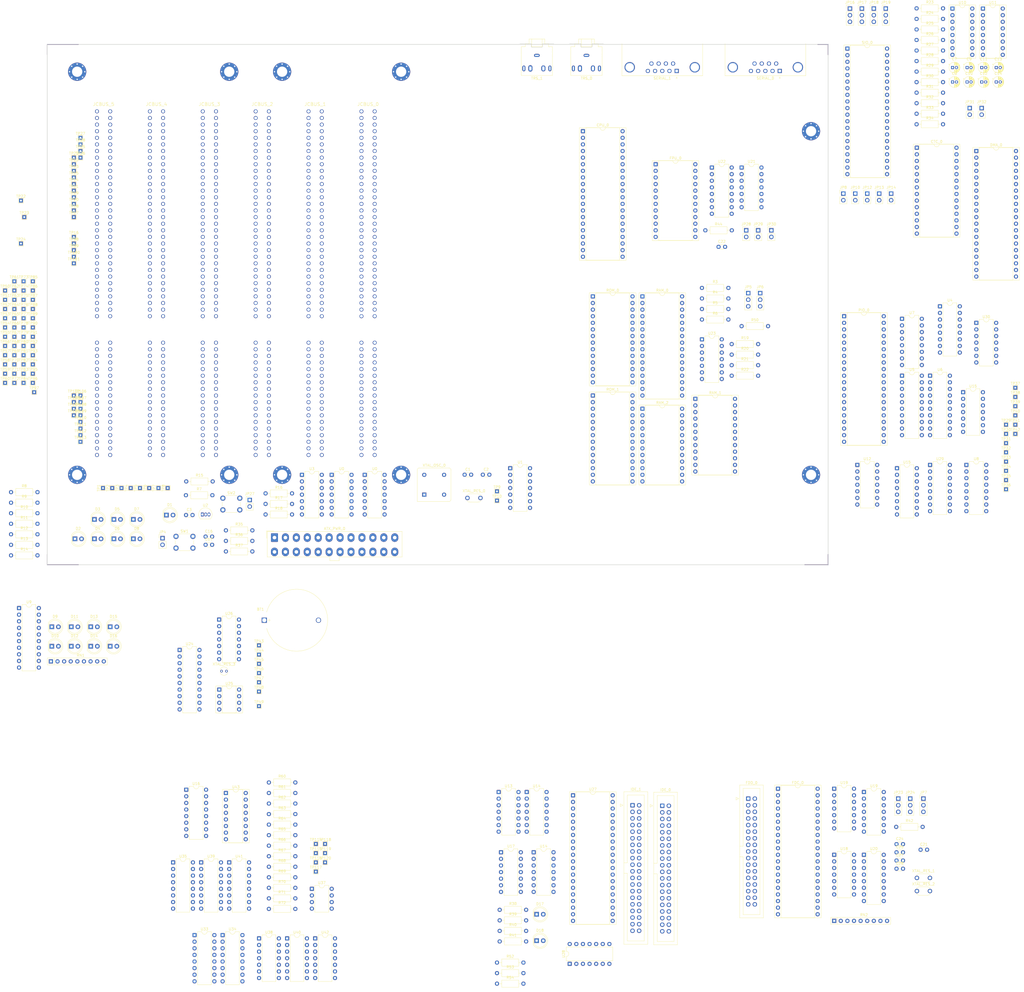
<source format=kicad_pcb>
(kicad_pcb (version 20241229) (generator "pcbnew") (generator_version "9.0")
  (title_block (title "Carbon Z80 Model 150") (date "2025-08-10") (rev "1") (company "Jules Carboni") (comment 1 "Decimal ATX Motherboard (dATX)") (comment 2 "dATX:   300×200 mm") (comment 3 "ISO A4: 297×210 mm"))
  (layers (0 "F.Cu" signal) (2 "B.Cu" signal) (13 "F.Paste" user) (15 "B.Paste" user) (5 "F.SilkS" user "F.Silkscreen") (7 "B.SilkS" user "B.Silkscreen") (1 "F.Mask" user) (3 "B.Mask" user) (25 "Edge.Cuts" user))
  (net 0 "")
  (net 383 "Net-(JP27-B)")
  (net 385 "Net-(FDC_0-CLK2)")
  (net 386 "Net-(D17-K)")
  (net 396 "GND")
  (net 397 "+3.3V")
  (net 398 "+5V")
  (net 399 "+12V")
  (net 400 "-12V")
  (net 401 "PWR_OK")
  (net 402 "-5V")
  (net 403 "PS_ON")
  (net 404 "+5VSB")
  (net 405 "Net-(C2-Pad2)")
  (net 406 "Net-(C2-Pad1)")
  (net 407 "Net-(R2-Pad2)")
  (net 408 "BUSAK")
  (net 409 "CLK")
  (net 410 "RESET")
  (net 411 "MREQ")
  (net 412 "RFSH")
  (net 413 "NMI")
  (net 414 "INT")
  (net 415 "IORQ")
  (net 416 "M1")
  (net 417 "WAIT")
  (net 418 "HALT")
  (net 419 "RD")
  (net 420 "WR")
  (net 421 "BUSRQ")
  (net 422 "Net-(JP4-A)")
  (net 423 "Net-(D1-K)")
  (net 424 "Net-(D2-K)")
  (net 425 "CLK2")
  (net 426 "Net-(D3-K)")
  (net 427 "Net-(D4-K)")
  (net 428 "Net-(D5-K)")
  (net 429 "Net-(D6-K)")
  (net 430 "Net-(D7-K)")
  (net 431 "Net-(D8-K)")
  (net 432 "SEL_RAM")
  (net 433 "Net-(JP5-B)")
  (net 434 "Net-(JP5-A)")
  (net 435 "Net-(JP6-B)")
  (net 436 "SEL_ROM")
  (net 437 "Net-(JP6-A)")
  (net 441 "Net-(R7-Pad2)")
  (net 442 "Net-(R16-Pad2)")
  (net 443 "Net-(R17-Pad2)")
  (net 444 "MA15")
  (net 463 "MA16")
  (net 466 "MA18")
  (net 468 "MA17")
  (net 536 "Net-(C1-Pad2)")
  (net 537 "SEL_CTC")
  (net 538 "IE_1")
  (net 539 "IE_0")
  (net 540 "Net-(D9-K)")
  (net 541 "Net-(D9-A)")
  (net 542 "Net-(D10-A)")
  (net 543 "Net-(D10-K)")
  (net 544 "Net-(D11-K)")
  (net 545 "Net-(D11-A)")
  (net 546 "Net-(D12-A)")
  (net 547 "Net-(D12-K)")
  (net 548 "Net-(D13-A)")
  (net 549 "Net-(D13-K)")
  (net 550 "Net-(D14-K)")
  (net 551 "Net-(D14-A)")
  (net 552 "Net-(D15-K)")
  (net 553 "Net-(D15-A)")
  (net 554 "Net-(D16-A)")
  (net 555 "Net-(D16-K)")
  (net 556 "IE_2")
  (net 557 "IE_3")
  (net 558 "CLK_768")
  (net 559 "Net-(SIO_0-C{slash}~{D})")
  (net 561 "Net-(CTC_0-ZC{slash}TO0)")
  (net 562 "Net-(CTC_0-CLK{slash}TRG0)")
  (net 563 "Net-(JP10-B)")
  (net 564 "Net-(CTC_0-CLK{slash}TRG3)")
  (net 565 "Net-(U10-C1+)")
  (net 566 "Net-(U10-C1-)")
  (net 567 "Net-(U10-C2-)")
  (net 568 "Net-(U10-C2+)")
  (net 569 "Net-(U10-VS+)")
  (net 570 "Net-(U10-VS-)")
  (net 571 "Net-(U11-C1-)")
  (net 572 "Net-(U11-C1+)")
  (net 573 "Net-(U11-C2+)")
  (net 574 "Net-(U11-C2-)")
  (net 575 "Net-(U11-VS+)")
  (net 576 "Net-(U11-VS-)")
  (net 577 "Net-(SIO_0-~{RTSB})")
  (net 578 "Net-(U11-T2I)")
  (net 579 "Net-(U11-R2O)")
  (net 580 "Net-(SIO_0-~{CTSB})")
  (net 581 "Net-(U10-T2I)")
  (net 582 "Net-(U10-R2O)")
  (net 583 "Net-(U11-R1O)")
  (net 584 "RXB")
  (net 585 "TXB")
  (net 586 "Net-(U11-T1I)")
  (net 587 "RXA")
  (net 588 "Net-(U10-R1O)")
  (net 589 "Net-(U10-T1I)")
  (net 590 "TXA")
  (net 591 "Net-(U10-R1I)")
  (net 592 "Net-(U10-T1O)")
  (net 593 "Net-(U10-T2O)")
  (net 594 "Net-(U10-R2I)")
  (net 595 "Net-(U11-R1I)")
  (net 596 "Net-(U11-T2O)")
  (net 597 "Net-(U11-T1O)")
  (net 598 "Net-(U11-R2I)")
  (net 599 "Net-(FDC_0-CLK1)")
  (net 600 "Net-(C17-Pad2)")
  (net 601 "TX")
  (net 602 "RX")
  (net 603 "RTSA")
  (net 604 "TX2")
  (net 605 "CTSA")
  (net 606 "RX2")
  (net 607 "IRQ2")
  (net 608 "IRQ7")
  (net 609 "IRQ1")
  (net 610 "IRQ5")
  (net 612 "IRQ4")
  (net 613 "IRQ3")
  (net 614 "SEL_PIO")
  (net 615 "IRQ_FPU")
  (net 616 "IRQ6")
  (net 617 "IRQ_IDE")
  (net 618 "IRQ0")
  (net 619 "Net-(PIO_0-~{M1})")
  (net 620 "IRQ_FDC")
  (net 621 "Net-(R35-Pad2)")
  (net 622 "RD_FPU")
  (net 625 "Net-(IDE_0-Pin_37)")
  (net 638 "Net-(IDE_0-Pin_39)")
  (net 640 "IDER")
  (net 643 "IDEW")
  (net 645 "Net-(IDE_0-Pin_29)")
  (net 647 "Net-(IDE_0-Pin_38)")
  (net 648 "Net-(FPU_0-CLK)")
  (net 649 "WR_FPU")
  (net 650 "Net-(JP27-A)")
  (net 651 "Net-(JP25-A)")
  (net 652 "Net-(U9-Cp)")
  (net 656 "Net-(U4B-A0)")
  (net 657 "ADDRESS")
  (net 658 "Net-(U4A-A0)")
  (net 663 "Net-(D18-K)")
  (net 664 "Net-(IDE_0-Pin_36)")
  (net 667 "Net-(IDE_0-Pin_23)")
  (net 678 "Net-(U8-~{E1})")
  (net 679 "Net-(U12-Pad3)")
  (net 680 "Net-(U13A-~{R})")
  (net 681 "Net-(U13A-Q)")
  (net 684 "Net-(U13B-Q)")
  (net 686 "Net-(U14-Pad3)")
  (net 695 "Net-(IDE_0-Pin_25)")
  (net 696 "Net-(IDE_0-Pin_35)")
  (net 697 "Net-(IDE_0-Pin_1)")
  (net 698 "Net-(IDE_0-Pin_21)")
  (net 699 "Net-(IDE_0-Pin_33)")
  (net 703 "Net-(U12-Pad10)")
  (net 704 "SEL_FDC")
  (net 705 "SEL_FPU")
  (net 706 "Net-(C21-Pad1)")
  (net 707 "Net-(C22-Pad2)")
  (net 708 "Net-(C22-Pad1)")
  (net 709 "Net-(C24-Pad1)")
  (net 710 "Net-(C25-Pad1)")
  (net 711 "Net-(C25-Pad2)")
  (net 712 "Net-(C27-Pad1)")
  (net 713 "Net-(C28-Pad2)")
  (net 714 "Net-(C28-Pad1)")
  (net 719 "CLK_FDC96")
  (net 725 "Net-(JP29-B)")
  (net 727 "Net-(JP30-B)")
  (net 728 "Net-(FPU_0-RESET)")
  (net 729 "Net-(FPU_0-~{EACK})")
  (net 730 "Net-(R46-Pad2)")
  (net 731 "Net-(R48-Pad2)")
  (net 732 "Net-(FDC_0-~{STEP})")
  (net 733 "Net-(FDC_0-~{DS4}~{MO2})")
  (net 734 "Net-(FDC_0-~{WE})")
  (net 735 "Net-(FDC_0-~{DS3}~{MO1})")
  (net 736 "Net-(FDC_0-~{DS1})")
  (net 737 "Net-(FDC_0-~{WD})")
  (net 738 "Net-(FDC_0-RST)")
  (net 739 "Net-(FDC_0-~{HS})")
  (net 740 "Net-(FDC_0-~{TR00})")
  (net 741 "Net-(FDC_0-~{DS2})")
  (net 742 "Net-(FDC_0-WP)")
  (net 743 "Net-(FDC_0-~{RDD})")
  (net 744 "Net-(FDC_0-~{DIRC})")
  (net 745 "Net-(FDC_0-~{RPM}~{RWC})")
  (net 746 "Net-(JP7-A)")
  (net 747 "Net-(FDC_0-~{DACK})")
  (net 748 "Net-(FDC_0-~{LDCR})")
  (net 749 "Net-(FDC_0-~{LDOR})")
  (net 750 "Net-(FDC_0-TC)")
  (net 751 "Net-(FDC_0-~{CS})")
  (net 752 "Net-(FDD_0-Pin_6)")
  (net 753 "Net-(FDD_0-Pin_3)")
  (net 754 "Net-(JP23-A)")
  (net 755 "Net-(JP23-B)")
  (net 756 "Net-(JP24-A)")
  (net 761 "Net-(U5-P=R)")
  (net 769 "Net-(U6-Q4)")
  (net 774 "Net-(U6-Q1)")
  (net 776 "Net-(U6-Q3)")
  (net 778 "Net-(U6-Q2)")
  (net 780 "Net-(U20-~{Y7})")
  (net 781 "DATA")
  (net 782 "Net-(U20-~{Y1})")
  (net 789 "Net-(U21B-D)")
  (net 790 "Net-(U21A-D)")
  (net 803 "DREQ2")
  (net 805 "BUSREQ")
  (net 806 "DREQ3")
  (net 807 "BUSACK")
  (net 808 "DACK0")
  (net 809 "Net-(IDE_1-Pin_34)")
  (net 810 "DACK2")
  (net 811 "RESET2")
  (net 812 "DACK1")
  (net 813 "DREQ0")
  (net 815 "Net-(IDE_1-Pin_37)")
  (net 816 "DACK3")
  (net 817 "DREQ1")
  (net 818 "SEL_RTC")
  (net 820 "Net-(U24-Cp)")
  (net 821 "Net-(U25-I{slash}O)")
  (net 822 "Net-(BT1-+)")
  (net 823 "Net-(U24-Q3)")
  (net 824 "Net-(U25-X2)")
  (net 825 "Net-(U24-Q2)")
  (net 826 "Net-(U25-X1)")
  (net 827 "Net-(U24-Q4)")
  (net 829 "Net-(U24-Q5)")
  (net 832 "SEL_DMA")
  (net 833 "RDY")
  (net 834 "RDYA")
  (net 835 "RDYB")
  (net 836 "Net-(RAM_2-~{CS})")
  (net 837 "Net-(RAM_1-~{CS})")
  (net 857 "Net-(U1-Pad12)")
  (net 858 "Net-(U1-Pad13)")
  (net 873 "Net-(IDE_1-Pin_39)")
  (net 876 "Net-(IDE_1-Pin_23)")
  (net 879 "Net-(IDE_1-Pin_25)")
  (net 881 "Net-(IDE_1-Pin_29)")
  (net 883 "Net-(IDE_1-Pin_38)")
  (net 908 "TCB")
  (net 909 "Net-(JP35-B)")
  (net 910 "Net-(JP36-B)")
  (net 911 "Net-(U34B-~{Q})")
  (net 912 "Net-(R63-Pad1)")
  (net 913 "Net-(U37-DIS)")
  (net 914 "Net-(R65-Pad1)")
  (net 915 "Net-(C34-Pad2)")
  (net 916 "Net-(R66-Pad2)")
  (net 917 "Net-(R67-Pad1)")
  (net 918 "TAPE_IN_RAW")
  (net 919 "Net-(C35-Pad1)")
  (net 920 "Net-(U43-R2)")
  (net 921 "Net-(U43-R1)")
  (net 922 "Net-(U43-PC2)")
  (net 923 "Net-(U43-VCOin)")
  (net 924 "RCB")
  (net 925 "SEL_SIO")
  (net 927 "TAPE_OUT")
  (net 928 "Net-(C34-Pad1)")
  (net 929 "Net-(JP35-A)")
  (net 933 "Net-(JP2-B)")
  (net 935 "SEL_LIO")
  (net 936 "Net-(U29-~{E1})")
  (net 937 "Net-(U15-Pad1)")
  (net 938 "Net-(U23-Pad3)")
  (net 939 "TAPE_IN")
  (net 943 "Net-(U27-PC3)")
  (net 944 "Net-(U27-PC4)")
  (net 948 "Net-(U27-PC5)")
  (net 951 "Net-(U27-PA7)")
  (net 956 "Net-(U27-PC6)")
  (net 963 "Net-(U27-PC7)")
  (net 968 "SEL_IDE")
  (net 973 "Net-(U27-RESET)")
  (net 974 "TAPE_SPD_H")
  (net 976 "TAPE_SPD_L")
  (net 981 "Net-(U37-THR)")
  (net 982 "Net-(JP38-B)")
  (net 983 "Net-(U37-CV)")
  (net 984 "Net-(U12-Pad8)")
  (net 985 "Net-(U12-Pad11)")
  (net 986 "Net-(U12-Pad13)")
  (net 987 "TAPE_MOTOR")
  (net 1037 "Net-(U8-~{Y6})")
  (net 1038 "Net-(U8-~{Y7})")
  (net 1040 "Net-(U29-~{Y2})")
  (net 1041 "Net-(U29-~{Y0})")
  (net 1042 "Net-(U29-~{Y1})")
  (net 1047 "Net-(U42B-D)")
  (net 1048 "Net-(U39-CEP)")
  (net 1049 "Net-(U43-SigIn)")
  (net 1050 "Net-(TP117-Pad1)")
  (net 1051 "Net-(U16-Q3)")
  (net 1052 "Net-(U34B-J)")
  (net 1053 "SEL_CF")
  (net 1054 "Net-(U16-Q0)")
  (net 1055 "Net-(U16-Q2)")
  (net 1056 "Net-(JP37-A)")
  (net 1058 "Net-(U16-Q1)")
  (net 1068 "Net-(U30-Pad6)")
  (net 1071 "Net-(JP43-B)")
  (net 1072 "Net-(U39-~{MR})")
  (net 1073 "Net-(JP40-B)")
  (net 1074 "Net-(U42A-C)")
  (net 1075 "Net-(U36-Zb)")
  (net 1076 "Net-(U36-Za)")
  (net 1077 "Net-(JP41-B)")
  (net 1078 "Net-(JP42-B)")
  (net 1079 "Net-(U42B-Q)")
  (net 1080 "Net-(U35A-J)")
  (net 1083 "Net-(U38-Pad4)")
  (net 1086 "Net-(U39-Q2)")
  (net 1088 "Net-(U39-Q3)")
  (net 1089 "Net-(U40-Pad10)")
  (net 1090 "Net-(U42A-Q)")
  (net 1092 "Net-(U41-Q3)")
  (net 1096 "Net-(U41-CP)")
  (net 1099 "Net-(U43-C1)")
  (net 1102 "Net-(U43-C2)")
  (footprint "Package_DIP:DIP-16_W7.62mm_Socket" (layer "F.Cu") (at 100.33 322.96)
    (property "Reference" "U43")
    (property "Value" "4046")
  )
  (footprint "TestPoint:TestPoint_THTPad_1.5x1.5mm_Drill0.7mm" (layer "F.Cu") (at 67.31 205.74 90)
    (property "Reference" "TP5")
    (property "Value" "-12V")
  )
  (footprint "TestPoint:TestPoint_THTPad_1.5x1.5mm_Drill0.7mm" (layer "F.Cu") (at 44.45 187.96)
    (property "Reference" "TP113")
    (property "Value" "DACK3")
  )
  (footprint "TestPoint:TestPoint_THTPad_1.5x1.5mm_Drill0.7mm" (layer "F.Cu") (at 138.43 342.53)
    (property "Reference" "TP118")
    (property "Value" "TAPE_TD")
  )
  (footprint "Package_DIP:DIP-28_W15.24mm_Socket" (layer "F.Cu") (at 241.3 170.18)
    (property "Reference" "ROM_1")
    (property "Value" "W27C512")
  )
  (footprint "Package_DIP:DIP-40_W15.24mm_Socket" (layer "F.Cu") (at 312.42 321.31)
    (property "Reference" "FDC_0")
    (property "Value" "GM82C765B")
  )
  (footprint "Resistor_THT:R_Axial_DIN0207_L6.3mm_D2.5mm_P10.16mm_Horizontal" (layer "F.Cu") (at 365.67 53.77)
    (property "Reference" "R31")
    (property "Value" "2K2")
  )
  (footprint "Capacitor_THT:CP_Radial_D4.0mm_P1.50mm" (layer "F.Cu") (at 396.299204 49.66)
    (property "Reference" "C14")
    (property "Value" "1uF")
  )
  (footprint "Resistor_THT:R_Axial_DIN0207_L6.3mm_D2.5mm_P10.16mm_Horizontal" (layer "F.Cu") (at 17.78 219.47)
    (property "Reference" "R11")
    (property "Value" "R")
  )
  (footprint "Connector_PinHeader_2.54mm:PinHeader_1x02_P2.54mm_Vertical" (layer "F.Cu") (at 309.88 106.68)
    (property "Reference" "JP30")
    (property "Value" "FPU_CLKd4")
  )
  (footprint "TestPoint:TestPoint_THTPad_1.5x1.5mm_Drill0.7mm" (layer "F.Cu") (at 26.15 165.33)
    (property "Reference" "TP96")
    (property "Value" "D14")
  )
  (footprint "TestPoint:TestPoint_THTPad_1.5x1.5mm_Drill0.7mm" (layer "F.Cu") (at 41.91 88.9)
    (property "Reference" "TP14")
    (property "Value" "RD")
  )
  (footprint "TestPoint:TestPoint_THTPad_1.5x1.5mm_Drill0.7mm" (layer "F.Cu") (at 41.91 175.26)
    (property "Reference" "TP104")
    (property "Value" "IRQ6")
  )
  (footprint "Connector_PinHeader_2.54mm:PinHeader_1x02_P2.54mm_Vertical" (layer "F.Cu") (at 300.21 106.68)
    (property "Reference" "JP28")
    (property "Value" "FPU_CLKd1")
  )
  (footprint "Resistor_THT:R_Axial_DIN0207_L6.3mm_D2.5mm_P10.16mm_Horizontal" (layer "F.Cu") (at 205.51 380.01)
    (property "Reference" "R41")
    (property "Value" "4K7")
  )
  (footprint "Carboni_Library:JC100_Bus_16b" (layer "F.Cu") (at 73.66 60.96)
    (property "Reference" "JCBUS_4")
    (property "Value" "JC100" (hide yes))
  )
  (footprint "Capacitor_THT:C_Disc_D3.0mm_W1.6mm_P2.50mm" (layer "F.Cu") (at 92.53 224.4)
    (property "Reference" "C16")
    (property "Value" "100nF")
  )
  (footprint "TestPoint:TestPoint_THTPad_1.5x1.5mm_Drill0.7mm" (layer "F.Cu") (at 19.05 144.03)
    (property "Reference" "TP66")
    (property "Value" "A16")
  )
  (footprint "HOLE" (layer "F.Cu") (at 101.6048 45.72)
    (property "Reference" "")
    (property "Value" "")
  )
  (footprint "Package_DIP:DIP-14_W7.62mm" (layer "F.Cu") (at 206.01 345.73)
    (property "Reference" "U17")
    (property "Value" "74LS00")
  )
  (footprint "Capacitor_THT:CP_Radial_D4.0mm_P1.50mm" (layer "F.Cu") (at 379.484801 44.11)
    (property "Reference" "C7")
    (property "Value" "1uF")
  )
  (footprint "Package_DIP:DIP-8_W7.62mm_Socket" (layer "F.Cu") (at 97.79 283.21)
    (property "Reference" "U25")
    (property "Value" "DS1302+")
  )
  (footprint "Resistor_THT:R_Axial_DIN0207_L6.3mm_D2.5mm_P10.16mm_Horizontal" (layer "F.Cu") (at 116.84 351.31)
    (property "Reference" "R68")
    (property "Value" "1M")
  )
  (footprint "TestPoint:TestPoint_THTPad_1.5x1.5mm_Drill0.7mm" (layer "F.Cu") (at 113.03 283.96)
    (property "Reference" "TP48")
    (property "Value" "TAPE_MOTOR")
  )
  (footprint "LED_THT:LED_D5.0mm" (layer "F.Cu") (at 219.71 379.73)
    (property "Reference" "D18")
    (property "Value" "BUSY_IDE")
  )
  (footprint "TestPoint:TestPoint_THTPad_1.5x1.5mm_Drill0.7mm" (layer "F.Cu") (at 44.45 73.66)
    (property "Reference" "TP28")
    (property "Value" "RX2")
  )
  (footprint "HOLE" (layer "F.Cu") (at 43.1848 200.66)
    (property "Reference" "")
    (property "Value" "")
  )
  (footprint "Resistor_THT:R_Axial_DIN0207_L6.3mm_D2.5mm_P10.16mm_Horizontal" (layer "F.Cu") (at 365.67 45.67)
    (property "Reference" "R29")
    (property "Value" "2K2")
  )
  (footprint "HOLE" (layer "F.Cu") (at 167.6448 45.72)
    (property "Reference" "")
    (property "Value" "")
  )
  (footprint "Resistor_THT:R_Axial_DIN0207_L6.3mm_D2.5mm_P10.16mm_Horizontal" (layer "F.Cu") (at 283.21 132.87)
    (property "Reference" "R4")
    (property "Value" "10K")
  )
  (footprint "TestPoint:TestPoint_THTPad_1.5x1.5mm_Drill0.7mm" (layer "F.Cu") (at 44.45 185.42)
    (property "Reference" "TP112")
    (property "Value" "DREQ3")
  )
  (footprint "TestPoint:TestPoint_THTPad_1.5x1.5mm_Drill0.7mm" (layer "F.Cu") (at 19.05 126.28)
    (property "Reference" "TP61")
    (property "Value" "A11")
  )
  (footprint "Package_DIP:DIP-16_W7.62mm_Socket" (layer "F.Cu") (at 391.16 21.45)
    (property "Reference" "U11")
    (property "Value" "MAX232")
  )
  (footprint "TestPoint:TestPoint_THTPad_1.5x1.5mm_Drill0.7mm" (layer "F.Cu") (at 204.47 207.01)
    (property "Reference" "TP9")
    (property "Value" "CLK")
  )
  (footprint "LED_THT:LED_D5.0mm" (layer "F.Cu") (at 55.88 259.08)
    (property "Reference" "D15")
    (property "Value" "L2")
  )
  (footprint "TestPoint:TestPoint_THTPad_1.5x1.5mm_Drill0.7mm" (layer "F.Cu") (at 41.91 99.06)
    (property "Reference" "TP18")
    (property "Value" "WAIT")
  )
  (footprint "TestPoint:TestPoint_THTPad_1.5x1.5mm_Drill0.7mm" (layer "F.Cu") (at 113.03 276.86)
    (property "Reference" "TP46")
    (property "Value" "TAPE_SPD_H")
  )
  (footprint "Connector_PinHeader_2.54mm:PinHeader_1x02_P2.54mm_Vertical" (layer "F.Cu") (at 390.67 59.69)
    (property "Reference" "JP32")
    (property "Value" "DMA_RDYB")
  )
  (footprint "Package_DIP:DIP-16_W7.62mm" (layer "F.Cu") (at 384.81 196.85)
    (property "Reference" "U8")
    (property "Value" "74HCT138")
  )
  (footprint "Resistor_THT:R_Axial_DIN0207_L6.3mm_D2.5mm_P10.16mm_Horizontal" (layer "F.Cu") (at 294.64 162.56)
    (property "Reference" "R22")
    (property "Value" "100K")
  )
  (footprint "Package_DIP:DIP-40_W15.24mm_Socket" (layer "F.Cu") (at 237.49 68.58)
    (property "Reference" "CPU_0")
    (property "Value" "Z80CPU-DIP")
  )
  (footprint "Capacitor_THT:CP_Radial_D4.0mm_P1.50mm" (layer "F.Cu") (at 396.299204 44.11)
    (property "Reference" "C13")
    (property "Value" "1uF")
  )
  (footprint "TestPoint:TestPoint_THTPad_1.5x1.5mm_Drill0.7mm" (layer "F.Cu") (at 70.86 205.74 90)
    (property "Reference" "TP6")
    (property "Value" "+3.3V")
  )
  (footprint "HOLE" (layer "F.Cu") (at 325.1248 200.66)
    (property "Reference" "")
    (property "Value" "")
  )
  (footprint "TestPoint:TestPoint_THTPad_1.5x1.5mm_Drill0.7mm" (layer "F.Cu") (at 44.45 71.12)
    (property "Reference" "TP27")
    (property "Value" "TX2")
  )
  (footprint "Package_DIP:DIP-32_W15.24mm_Socket" (layer "F.Cu") (at 260.35 132.08)
    (property "Reference" "RAM_0")
    (property "Value" "AS6C4008")
  )
  (footprint "TestPoint:TestPoint_THTPad_1.5x1.5mm_Drill0.7mm" (layer "F.Cu") (at 403.6 174.28)
    (property "Reference" "TP39")
    (property "Value" "SEL_RTC")
  )
  (footprint "HOLE" (layer "F.Cu") (at 43.1848 45.72)
    (property "Reference" "")
    (property "Value" "")
  )
  (footprint "Connector_PinHeader_2.54mm:PinHeader_1x02_P2.54mm_Vertical" (layer "F.Cu") (at 304.8 106.68)
    (property "Reference" "JP29")
    (property "Value" "FPU_CLKd2")
  )
  (footprint "TestPoint:TestPoint_THTPad_1.5x1.5mm_Drill0.7mm" (layer "F.Cu") (at 19.05 161.78)
    (property "Reference" "TP71")
    (property "Value" "A21")
  )
  (footprint "Resistor_THT:R_Axial_DIN0207_L6.3mm_D2.5mm_P10.16mm_Horizontal" (layer "F.Cu") (at 283.21 128.82)
    (property "Reference" "R3")
    (property "Value" "10K")
  )
  (footprint "Package_DIP:DIP-14_W7.62mm" (layer "F.Cu") (at 342.905 196.85)
    (property "Reference" "U12")
    (property "Value" "74LS00")
  )
  (footprint "LED_THT:LED_D5.0mm" (layer "F.Cu") (at 64.77 217.8)
    (property "Reference" "D7")
    (property "Value" "3.3V")
  )
  (footprint "TestPoint:TestPoint_THTPad_1.5x1.5mm_Drill0.7mm" (layer "F.Cu") (at 41.91 93.98)
    (property "Reference" "TP19")
    (property "Value" "INT")
  )
  (footprint "TestPoint:TestPoint_THTPad_1.5x1.5mm_Drill0.7mm" (layer "F.Cu") (at 22.6 151.13)
    (property "Reference" "TP80")
    (property "Value" "A30")
  )
  (footprint "TestPoint:TestPoint_THTPad_1.5x1.5mm_Drill0.7mm" (layer "F.Cu") (at 400.05 199.13)
    (property "Reference" "TP34")
    (property "Value" "SEL_RAM")
  )
  (footprint "Package_DIP:DIP-14_W7.62mm" (layer "F.Cu") (at 215.9 322.58)
    (property "Reference" "U14")
    (property "Value" "74LS32")
  )
  (footprint "Package_DIP:DIP-14_W7.62mm" (layer "F.Cu") (at 345.445 322.58)
    (property "Reference" "U19")
    (property "Value" "74LS04")
  )
  (footprint "Package_DIP:DIP-16_W7.62mm" (layer "F.Cu") (at 88.28 377.57)
    (property "Reference" "U33")
    (property "Value" "4049UB")
  )
  (footprint "Button_Switch_THT:SW_PUSH_6mm" (layer "F.Cu") (at 81.16 224.32)
    (property "Reference" "SW1")
    (property "Value" "RESET")
  )
  (footprint "Crystal:Resonator-2Pin_W6.0mm_H3.0mm" (layer "F.Cu") (at 365.8 360.65)
    (property "Reference" "XTAL_RES_2")
    (property "Value" "XTAL FDC 9.6MHz")
  )
  (footprint "TestPoint:TestPoint_THTPad_1.5x1.5mm_Drill0.7mm" (layer "F.Cu") (at 22.6 154.68)
    (property "Reference" "TP81")
    (property "Value" "A31")
  )
  (footprint "Connector_PinHeader_2.54mm:PinHeader_1x03_P2.54mm_Vertical" (layer "F.Cu") (at 340.07 21.45)
    (property "Reference" "JP16")
    (property "Value" "TX1")
  )
  (footprint "Package_DIP:DIP-14_W7.62mm" (layer "F.Cu") (at 153.67 200.66)
    (property "Reference" "U0")
    (property "Value" "74LS00")
  )
  (footprint "Package_DIP:DIP-14_W7.62mm" (layer "F.Cu") (at 205.12 322.58)
    (property "Reference" "U13")
    (property "Value" "74HCT74")
  )
  (footprint "Resistor_THT:R_Axial_DIN0207_L6.3mm_D2.5mm_P10.16mm_Horizontal" (layer "F.Cu") (at 365.67 21.37)
    (property "Reference" "R23")
    (property "Value" "2K2")
  )
  (footprint "Connector_PinHeader_2.54mm:PinHeader_1x02_P2.54mm_Vertical" (layer "F.Cu") (at 75.98 225.01)
    (property "Reference" "JP4")
    (property "Value" "RESET")
  )
  (footprint "LED_THT:LED_D5.0mm" (layer "F.Cu") (at 64.77 225.27)
    (property "Reference" "D8")
    (property "Value" "-5V")
  )
  (footprint "TestPoint:TestPoint_THTPad_1.5x1.5mm_Drill0.7mm" (layer "F.Cu") (at 41.91 177.8)
    (property "Reference" "TP105")
    (property "Value" "IRQ7")
  )
  (footprint "TestPoint:TestPoint_THTPad_1.5x1.5mm_Drill0.7mm" (layer "F.Cu") (at 41.91 86.36)
    (property "Reference" "TP15")
    (property "Value" "WR")
  )
  (footprint "Package_DIP:DIP-20_W7.62mm" (layer "F.Cu") (at 360.065 162.56)
    (property "Reference" "U5")
    (property "Value" "74HCT688")
  )
  (footprint "Resistor_THT:R_Axial_DIN0207_L6.3mm_D2.5mm_P10.16mm_Horizontal" (layer "F.Cu") (at 283.21 140.97)
    (property "Reference" "R6")
    (property "Value" "10K")
  )
  (footprint "TestPoint:TestPoint_THTPad_1.5x1.5mm_Drill0.7mm" (layer "F.Cu") (at 44.45 175.26)
    (property "Reference" "TP108")
    (property "Value" "DREQ1")
  )
  (footprint "Connector_PinHeader_2.54mm:PinHeader_1x02_P2.54mm_Vertical" (layer "F.Cu") (at 351.3 92.57)
    (property "Reference" "JP13")
    (property "Value" "CLK_SIOB")
  )
  (footprint "TestPoint:TestPoint_THTPad_1.5x1.5mm_Drill0.7mm" (layer "F.Cu") (at 22.6 161.78)
    (property "Reference" "TP83")
    (property "Value" "D1")
  )
  (footprint "Package_DIP:DIP-14_W7.62mm" (layer "F.Cu") (at 134.62 378.84)
    (property "Reference" "U42")
    (property "Value" "74LS74")
  )
  (footprint "Connector_PinHeader_2.54mm:PinHeader_1x03_P2.54mm_Vertical" (layer "F.Cu") (at 363.22 325.12)
    (property "Reference" "JP24")
    (property "Value" "FDC_JP2")
  )
  (footprint "Package_DIP:DIP-14_W7.62mm" (layer "F.Cu") (at 383.54 168.91)
    (property "Reference" "U15")
    (property "Value" "74LS02")
  )
  (footprint "Carboni_Library:JC100_Bus_16b" (layer "F.Cu") (at 114.3 60.96)
    (property "Reference" "JCBUS_2")
    (property "Value" "JC100" (hide yes))
  )
  (footprint "Package_DIP:DIP-28_W15.24mm_Socket" (layer "F.Cu") (at 241.3 132.08)
    (property "Reference" "ROM_0")
    (property "Value" "W27C512")
  )
  (footprint "LED_THT:LED_D5.0mm" (layer "F.Cu") (at 33.44 266.55)
    (property "Reference" "D10")
    (property "Value" "L7")
  )
  (footprint "LED_THT:LED_D5.0mm" (layer "F.Cu") (at 48.4 266.55)
    (property "Reference" "D14")
    (property "Value" "L3")
  )
  (footprint "Capacitor_THT:C_Disc_D3.0mm_W1.6mm_P2.50mm" (layer "F.Cu") (at 289.6 113.03)
    (property "Reference" "C22")
    (property "Value" "100nF")
  )
  (footprint "Resistor_THT:R_Axial_DIN0207_L6.3mm_D2.5mm_P10.16mm_Horizontal" (layer "F.Cu") (at 84.97 208.5)
    (property "Reference" "R7")
    (property "Value" "R")
  )
  (footprint "Resistor_THT:R_Axial_DIN0207_L6.3mm_D2.5mm_P10.16mm_Horizontal" (layer "F.Cu") (at 115.57 211.85)
    (property "Reference" "R17")
    (property "Value" "100K")
  )
  (footprint "TestPoint:TestPoint_THTPad_1.5x1.5mm_Drill0.7mm" (layer "F.Cu") (at 26.15 140.48)
    (property "Reference" "TP89")
    (property "Value" "D7")
  )
  (footprint "TestPoint:TestPoint_THTPad_1.5x1.5mm_Drill0.7mm" (layer "F.Cu") (at 22.6 133.38)
    (property "Reference" "TP75")
    (property "Value" "A25")
  )
  (footprint "TestPoint:TestPoint_THTPad_1.5x1.5mm_Drill0.7mm" (layer "F.Cu") (at 63.76 205.74 90)
    (property "Reference" "TP4")
    (property "Value" "-5V")
  )
  (footprint "Resistor_THT:R_Axial_DIN0207_L6.3mm_D2.5mm_P10.16mm_Horizontal" (layer "F.Cu") (at 294.64 154.46)
    (property "Reference" "R20")
    (property "Value" "100K")
  )
  (footprint "LED_THT:LED_D5.0mm" (layer "F.Cu") (at 40.92 266.55)
    (property "Reference" "D12")
    (property "Value" "L5")
  )
  (footprint "Resistor_THT:R_Axial_DIN0207_L6.3mm_D2.5mm_P10.16mm_Horizontal" (layer "F.Cu") (at 116.84 363.46)
    (property "Reference" "R71")
    (property "Value" "22K")
  )
  (footprint "Connector_PinHeader_2.54mm:PinHeader_1x02_P2.54mm_Vertical" (layer "F.Cu") (at 346.71 92.57)
    (property "Reference" "JP12")
    (property "Value" "CTC_SIOA")
  )
  (footprint "TestPoint:TestPoint_THTPad_1.5x1.5mm_Drill0.7mm" (layer "F.Cu") (at 74.41 205.74 90)
    (property "Reference" "TP7")
    (property "Value" "PS_ON")
  )
  (footprint "Connector_Molex:Molex_Mini-Fit_Jr_5566-24A_2x12_P4.20mm_Vertical" (layer "F.Cu") (at 118.99 224.79)
    (property "Reference" "ATX_PWR_0")
    (property "Value" "Power Supply")
  )
  (footprint "Carboni_Library:JC100_Bus_16b" (layer "F.Cu") (at 134.62 60.96)
    (property "Reference" "JCBUS_1")
    (property "Value" "JC100" (hide yes))
  )
  (footprint "Capacitor_THT:CP_Radial_D4.0mm_P1.50mm" (layer "F.Cu") (at 379.484801 49.66)
    (property "Reference" "C8")
    (property "Value" "1uF")
  )
  (footprint "Connector_PinHeader_2.54mm:PinHeader_1x03_P2.54mm_Vertical" (layer "F.Cu") (at 358.63 325.12)
    (property "Reference" "JP23")
    (property "Value" "FDC_JP1")
  )
  (footprint "Package_DIP:DIP-40_W15.24mm_Socket" (layer "F.Cu") (at 233.68 323.85)
    (property "Reference" "U27")
    (property "Value" "82C55A")
  )
  (footprint "LED_THT:LED_D5.0mm" (layer "F.Cu") (at 77.47 216.12)
    (property "Reference" "D1")
    (property "Value" "RESET")
  )
  (footprint "LED_THT:LED_D5.0mm" (layer "F.Cu") (at 49.81 225.27)
    (property "Reference" "D4")
    (property "Value" "+5V")
  )
  (footprint "TestPoint:TestPoint_THTPad_1.5x1.5mm_Drill0.7mm" (layer "F.Cu") (at 77.96 205.74 90)
    (property "Reference" "TP8")
    (property "Value" "PWR_OK")
  )
  (footprint "TestPoint:TestPoint_THTPad_1.5x1.5mm_Drill0.7mm" (layer "F.Cu") (at 15.5 129.83)
    (property "Reference" "TP50")
    (property "Value" "A0")
  )
  (footprint "Resistor_THT:R_Axial_DIN0207_L6.3mm_D2.5mm_P10.16mm_Horizontal" (layer "F.Cu") (at 365.67 25.42)
    (property "Reference" "R24")
    (property "Value" "2K2")
  )
  (footprint "Package_DIP:DIP-16_W7.62mm" (layer "F.Cu") (at 345.44 346.71)
    (property "Reference" "U20")
    (property "Value" "74HCT138")
  )
  (footprint "TestPoint:TestPoint_THTPad_1.5x1.5mm_Drill0.7mm" (layer "F.Cu") (at 41.91 91.44)
    (property "Reference" "TP11")
    (property "Value" "M1")
  )
  (footprint "Package_DIP:DIP-14_W7.62mm" (layer "F.Cu") (at 97.73 256.3)
    (property "Reference" "U26")
    (property "Value" "74AHCT125")
  )
  (footprint "TestPoint:TestPoint_THTPad_1.5x1.5mm_Drill0.7mm" (layer "F.Cu") (at 19.05 129.83)
    (property "Reference" "TP62")
    (property "Value" "A12")
  )
  (footprint "TestPoint:TestPoint_THTPad_1.5x1.5mm_Drill0.7mm" (layer "F.Cu") (at 15.5 144.03)
    (property "Reference" "TP54")
    (property "Value" "A4")
  )
  (footprint "Resistor_THT:R_Axial_DIN0207_L6.3mm_D2.5mm_P10.16mm_Horizontal" (layer "F.Cu") (at 17.78 207.32)
    (property "Reference" "R8")
    (property "Value" "R")
  )
  (footprint "Resistor_THT:R_Axial_DIN0207_L6.3mm_D2.5mm_P10.16mm_Horizontal" (layer "F.Cu") (at 17.78 231.62)
    (property "Reference" "R14")
    (property "Value" "R")
  )
  (footprint "Resistor_THT:R_Axial_DIN0207_L6.3mm_D2.5mm_P10.16mm_Horizontal" (layer "F.Cu") (at 365.67 61.87)
    (property "Reference" "R33")
    (property "Value" "100K")
  )
  (footprint "Package_DIP:DIP-14_W7.62mm" (layer "F.Cu") (at 283.21 148.59)
    (property "Reference" "U23")
    (property "Value" "74LS32")
  )
  (footprint "TestPoint:TestPoint_THTPad_1.5x1.5mm_Drill0.7mm" (layer "F.Cu") (at 41.91 96.52)
    (property "Reference" "TP20")
    (property "Value" "NMI")
  )
  (footprint "TestPoint:TestPoint_THTPad_1.5x1.5mm_Drill0.7mm" (layer "F.Cu") (at 41.91 111.76)
    (property "Reference" "TP98")
    (property "Value" "IRQ0")
  )
  (footprint "TestPoint:TestPoint_THTPad_1.5x1.5mm_Drill0.7mm" (layer "F.Cu") (at 22.6 158.23)
    (property "Reference" "TP82")
    (property "Value" "D0")
  )
  (footprint "HOLE" (layer "F.Cu") (at 121.9248 45.72)
    (property "Reference" "")
    (property "Value" "")
  )
  (footprint "LED_THT:LED_D5.0mm" (layer "F.Cu") (at 40.92 259.08)
    (property "Reference" "D11")
    (property "Value" "L6")
  )
  (footprint "HOLE" (layer "F.Cu") (at 167.6448 200.66)
    (property "Reference" "")
    (property "Value" "")
  )
  (footprint "Package_DIP:DIP-16_W7.62mm" (layer "F.Cu") (at 370.84 196.85)
    (property "Reference" "U29")
    (property "Value" "74HCT138")
  )
  (footprint "Resistor_THT:R_Axial_DIN0207_L6.3mm_D2.5mm_P10.16mm_Horizontal" (layer "F.Cu") (at 116.84 343.21)
    (property "Reference" "R66")
    (property "Value" "100K")
  )
  (footprint "TestPoint:TestPoint_THTPad_1.5x1.5mm_Drill0.7mm" (layer "F.Cu") (at 26.67 168.91)
    (property "Reference" "TP97")
    (property "Value" "D15")
  )
  (footprint "Package_DIP:DIP-14_W7.62mm" (layer "F.Cu") (at 218.5725 345.73)
    (property "Reference" "U14")
    (property "Value" "74LS32")
  )
  (footprint "TestPoint:TestPoint_THTPad_1.5x1.5mm_Drill0.7mm" (layer "F.Cu") (at 41.91 170.18)
    (property "Reference" "TP102")
    (property "Value" "IRQ4")
  )
  (footprint "Capacitor_THT:C_Disc_D3.0mm_W1.6mm_P2.50mm" (layer "F.Cu") (at 85.01 216.12)
    (property "Reference" "C3")
    (property "Value" "1nF")
  )
  (footprint "Package_DIP:DIP-24_W15.24mm_Socket" (layer "F.Cu") (at 265.43 81.28)
    (property "Reference" "FPU_0")
    (property "Value" "Am9511")
  )
  (footprint "TestPoint:TestPoint_THTPad_1.5x1.5mm_Drill0.7mm" (layer "F.Cu") (at 19.05 147.58)
    (property "Reference" "TP67")
    (property "Value" "A17")
  )
  (footprint "Package_DIP:DIP-14_W7.62mm" (layer "F.Cu") (at 129.54 200.66)
    (property "Reference" "U3")
    (property "Value" "74AHCT125")
  )
  (footprint "Package_DIP:DIP-16_W7.62mm" (layer "F.Cu") (at 287.02 82.55)
    (property "Reference" "U22")
    (property "Value" "74LS139")
  )
  (footprint "LED_THT:LED_D5.0mm" (layer "F.Cu") (at 33.44 259.08)
    (property "Reference" "D9")
    (property "Value" "L8")
  )
  (footprint "Resistor_THT:R_Axial_DIN0207_L6.3mm_D2.5mm_P10.16mm_Horizontal" (layer "F.Cu") (at 116.84 331.06)
    (property "Reference" "R63")
    (property "Value" "5K6")
  )
  (footprint "Connector_PinHeader_2.54mm:PinHeader_1x03_P2.54mm_Vertical" (layer "F.Cu") (at 305.58 130.81)
    (property "Reference" "JP6")
    (property "Value" "ROM_SELECT")
  )
  (footprint "Resistor_THT:R_Axial_DIN0207_L6.3mm_D2.5mm_P10.16mm_Horizontal" (layer "F.Cu") (at 116.84 318.91)
    (property "Reference" "R60")
    (property "Value" "5K6")
  )
  (footprint "Connector_Audio:Jack_3.5mm_CUI_SJ1-3525N_Horizontal" (layer "F.Cu") (at 219.79 39.45 180)
    (property "Reference" "TRS_1")
    (property "Value" "TAPE_OUT")
    (fp_line (start 2.2 4.5) (end 6.5 4.5) (stroke (width 0.12)) (layer "Edge.Cuts"))
    (fp_line (start 2.2 3.5) (end 2.2 4.5) (stroke (width 0.12)) (layer "Edge.Cuts"))
    (fp_line (start 1.8 3.1) (end -1.8 3.1) (stroke (width 0.12)) (layer "Edge.Cuts"))
    (fp_line (start -2.2 4.5) (end -6.5 4.5) (stroke (width 0.12)) (layer "Edge.Cuts"))
    (fp_line (start -2.2 3.5) (end -2.2 4.5) (stroke (width 0.12)) (layer "Edge.Cuts"))
    (fp_arc (start 1.8 3.1) (mid 2.082843 3.217157) (end 2.2 3.5) (stroke (width 0.12)) (layer "Edge.Cuts"))
    (fp_arc (start -2.2 3.5) (mid -2.082842 3.217158) (end -1.8 3.1) (stroke (width 0.12)) (layer "Edge.Cuts"))
  )
  (footprint "TestPoint:TestPoint_THTPad_1.5x1.5mm_Drill0.7mm" (layer "F.Cu") (at 44.45 177.8)
    (property "Reference" "TP109")
    (property "Value" "DACK1")
  )
  (footprint "TestPoint:TestPoint_THTPad_1.5x1.5mm_Drill0.7mm" (layer "F.Cu") (at 41.91 83.82)
    (property "Reference" "TP13")
    (property "Value" "IORQ")
  )
  (footprint "TestPoint:TestPoint_THTPad_1.5x1.5mm_Drill0.7mm" (layer "F.Cu") (at 15.5 154.68)
    (property "Reference" "TP57")
    (property "Value" "A7")
  )
  (footprint "TestPoint:TestPoint_THTPad_1.5x1.5mm_Drill0.7mm" (layer "F.Cu") (at 19.05 140.48)
    (property "Reference" "TP65")
    (property "Value" "A15")
  )
  (footprint "Package_DIP:DIP-24_W15.24mm_Socket" (layer "F.Cu") (at 260.35 175.26)
    (property "Reference" "RAM_2")
    (property "Value" "IDT6116")
  )
  (footprint "LED_THT:LED_D5.0mm" (layer "F.Cu") (at 49.81 217.8)
    (property "Reference" "D3")
    (property "Value" "CLK2")
  )
  (footprint "Resistor_THT:R_Axial_DIN0207_L6.3mm_D2.5mm_P10.16mm_Horizontal" (layer "F.Cu") (at 365.67 49.72)
    (property "Reference" "R30")
    (property "Value" "2K2")
  )
  (footprint "Connector_PinHeader_2.54mm:PinHeader_1x03_P2.54mm_Vertical" (layer "F.Cu") (at 344.66 21.45)
    (property "Reference" "JP17")
    (property "Value" "RX1")
  )
  (footprint "TestPoint:TestPoint_THTPad_1.5x1.5mm_Drill0.7mm" (layer "F.Cu") (at 113.03 289.56)
    (property "Reference" "TP49")
    (property "Value" "CLK_768")
  )
  (footprint "LED_THT:LED_D5.0mm" (layer "F.Cu") (at 48.4 259.08)
    (property "Reference" "D13")
    (property "Value" "L4")
  )
  (footprint "Capacitor_THT:CP_Radial_D4.0mm_P1.50mm" (layer "F.Cu") (at 385.089602 49.66)
    (property "Reference" "C10")
    (property "Value" "1uF")
  )
  (footprint "TestPoint:TestPoint_THTPad_1.5x1.5mm_Drill0.7mm" (layer "F.Cu") (at 403.6 177.83)
    (property "Reference" "TP40")
    (property "Value" "SEL_FPU")
  )
  (footprint "Resistor_THT:R_Axial_DIN0207_L6.3mm_D2.5mm_P10.16mm_Horizontal" (layer "F.Cu") (at 115.57 215.9)
    (property "Reference" "R18")
    (property "Value" "4K7")
  )
  (footprint "Carboni_Library:JC100_Bus_16b" (layer "F.Cu") (at 53.34 60.96)
    (property "Reference" "JCBUS_5")
    (property "Value" "JC100" (hide yes))
  )
  (footprint "TestPoint:TestPoint_THTPad_1.5x1.5mm_Drill0.7mm" (layer "F.Cu") (at 44.45 78.74)
    (property "Reference" "TP26")
    (property "Value" "RX")
  )
  (footprint "Package_DIP:DIP-8_W7.62mm" (layer "F.Cu") (at 133.355 359.79)
    (property "Reference" "U37")
    (property "Value" "LM555xN")
  )
  (footprint "TestPoint:TestPoint_THTPad_1.5x1.5mm_Drill0.7mm" (layer "F.Cu") (at 19.05 136.93)
    (property "Reference" "TP64")
    (property "Value" "A14")
  )
  (footprint "Resistor_THT:R_Axial_DIN0207_L6.3mm_D2.5mm_P10.16mm_Horizontal" (layer "F.Cu") (at 100.33 230.11)
    (property "Reference" "R37")
    (property "Value" "10K")
  )
  (footprint "Resistor_THT:R_Axial_DIN0207_L6.3mm_D2.5mm_P10.16mm_Horizontal" (layer "F.Cu") (at 116.84 327.01)
    (property "Reference" "R62")
    (property "Value" "56K")
  )
  (footprint "TestPoint:TestPoint_THTPad_1.5x1.5mm_Drill0.7mm" (layer "F.Cu") (at 26.15 136.93)
    (property "Reference" "TP88")
    (property "Value" "D6")
  )
  (footprint "HOLE" (layer "F.Cu") (at 121.9248 200.66)
    (property "Reference" "")
    (property "Value" "")
  )
  (footprint "Package_DIP:DIP-14_W7.62mm" (layer "F.Cu") (at 388.62 142.24)
    (property "Reference" "U30")
    (property "Value" "74LS08")
  )
  (footprint "Resistor_THT:R_Axial_DIN0207_L6.3mm_D2.5mm_P10.16mm_Horizontal" (layer "F.Cu") (at 116.84 347.26)
    (property "Reference" "R67")
    (property "Value" "100K")
  )
  (footprint "Carboni_Library:JC100_Bus_16b" (layer "F.Cu") (at 93.98 60.96)
    (property "Reference" "JCBUS_3")
    (property "Value" "JC100" (hide yes))
  )
  (footprint "Package_DIP:DIP-16_W7.62mm" (layer "F.Cu") (at 101.6 349.63)
    (property "Reference" "U41")
    (property "Value" "74LS161")
  )
  (footprint "Package_TO_SOT_THT:TO-92L_Inline" (layer "F.Cu") (at 91.27 215.9)
    (property "Reference" "U2")
    (property "Value" "DS1233")
  )
  (footprint "Resistor_THT:R_Axial_DIN0207_L6.3mm_D2.5mm_P10.16mm_Horizontal" (layer "F.Cu") (at 204.47 392.19)
    (property "Reference" "R53")
    (property "Value" "330R")
  )
  (footprint "TestPoint:TestPoint_THTPad_1.5x1.5mm_Drill0.7mm" (layer "F.Cu") (at 41.91 109.22)
    (property "Reference" "TP16")
    (property "Value" "RFSH")
  )
  (footprint "TestPoint:TestPoint_THTPad_1.5x1.5mm_Drill0.7mm" (layer "F.Cu") (at 26.15 161.78)
    (property "Reference" "TP95")
    (property "Value" "D13")
  )
  (footprint "TestPoint:TestPoint_THTPad_1.5x1.5mm_Drill0.7mm" (layer "F.Cu") (at 44.45 170.18)
    (property "Reference" "TP106")
    (property "Value" "DREQ0")
  )
  (footprint "TestPoint:TestPoint_THTPad_1.5x1.5mm_Drill0.7mm" (layer "F.Cu") (at 113.03 266.21)
    (property "Reference" "TP43")
    (property "Value" "TAPE_IN")
  )
  (footprint "TestPoint:TestPoint_THTPad_1.5x1.5mm_Drill0.7mm" (layer "F.Cu") (at 22.6 147.58)
    (property "Reference" "TP79")
    (property "Value" "A29")
  )
  (footprint "Resistor_THT:R_Axial_DIN0207_L6.3mm_D2.5mm_P10.16mm_Horizontal" (layer "F.Cu") (at 115.57 207.8)
    (property "Reference" "R16")
    (property "Value" "10K")
  )
  (footprint "Connector_IDC:IDC-Header_2x17_P2.54mm_Vertical" (layer "F.Cu") (at 300.99 325.12)
    (property "Reference" "FDD_0")
    (property "Value" "Floppy_IBM")
  )
  (footprint "TestPoint:TestPoint_THTPad_1.5x1.5mm_Drill0.7mm" (layer "F.Cu") (at 400.05 181.38)
    (property "Reference" "TP29")
    (property "Value" "MA15")
  )
  (footprint "Resistor_THT:R_Axial_DIN0207_L6.3mm_D2.5mm_P10.16mm_Horizontal" (layer "F.Cu") (at 116.84 322.96)
    (property "Reference" "R61")
    (property "Value" "560R")
  )
  (footprint "Package_DIP:DIP-28_W15.24mm_Socket" (layer "F.Cu") (at 365.76 74.93)
    (property "Reference" "CTC_0")
    (property "Value" "CTC-DIP-28")
  )
  (footprint "Capacitor_THT:C_Disc_D3.0mm_W1.6mm_P2.50mm" (layer "F.Cu") (at 92.53 227.55)
    (property "Reference" "C17")
    (property "Value" "100nF")
  )
  (footprint "Connector_IDC:IDC-Header_2x20_P2.54mm_Vertical" (layer "F.Cu") (at 256.54 327.66)
    (property "Reference" "IDE_1")
    (property "Value" "CompactFlash")
  )
  (footprint "Resistor_THT:R_Axial_DIN0207_L6.3mm_D2.5mm_P10.16mm_Horizontal" (layer "F.Cu") (at 205.51 367.86)
    (property "Reference" "R38")
    (property "Value" "4K7")
  )
  (footprint "TestPoint:TestPoint_THTPad_1.5x1.5mm_Drill0.7mm" (layer "F.Cu") (at 113.03 280.41)
    (property "Reference" "TP47")
    (property "Value" "TAPE_SPD_L")
  )
  (footprint "LED_THT:LED_D5.0mm" (layer "F.Cu") (at 57.29 225.27)
    (property "Reference" "D6")
    (property "Value" "-12V")
  )
  (footprint "TestPoint:TestPoint_THTPad_1.5x1.5mm_Drill0.7mm" (layer "F.Cu") (at 15.5 136.93)
    (property "Reference" "TP52")
    (property "Value" "A2")
  )
  (footprint "TestPoint:TestPoint_THTPad_1.5x1.5mm_Drill0.7mm" (layer "F.Cu") (at 19.05 133.38)
    (property "Reference" "TP63")
    (property "Value" "A13")
  )
  (footprint "TestPoint:TestPoint_THTPad_1.5x1.5mm_Drill0.7mm" (layer "F.Cu") (at 22.6 136.93)
    (property "Reference" "TP76")
    (property "Value" "A26")
  )
  (footprint "Package_DIP:DIP-14_W7.62mm" (layer "F.Cu") (at 334.01 321.31)
    (property "Reference" "U19")
    (property "Value" "74LS04")
  )
  (footprint "Resistor_THT:R_Axial_DIN0207_L6.3mm_D2.5mm_P10.16mm_Horizontal" (layer "F.Cu") (at 205.51 371.91)
    (property "Reference" "R39")
    (property "Value" "4K7")
  )
  (footprint "LED_THT:LED_D5.0mm" (layer "F.Cu") (at 42.33 225.27)
    (property "Reference" "D2")
    (property "Value" "CLK")
  )
  (footprint "TestPoint:TestPoint_THTPad_1.5x1.5mm_Drill0.7mm" (layer "F.Cu") (at 44.45 172.72)
    (property "Reference" "TP107")
    (property "Value" "DACK0")
  )
  (footprint "Connector_PinHeader_2.54mm:PinHeader_1x02_P2.54mm_Vertical" (layer "F.Cu") (at 109.475 210.325)
    (property "Reference" "JP27")
    (property "Value" "POWER")
  )
  (footprint "TestPoint:TestPoint_THTPad_1.5x1.5mm_Drill0.7mm" (layer "F.Cu") (at 15.5 161.78)
    (property "Reference" "TP59")
    (property "Value" "A9")
  )
  (footprint "TestPoint:TestPoint_THTPad_1.5x1.5mm_Drill0.7mm" (layer "F.Cu") (at 19.05 158.23)
    (property "Reference" "TP70")
    (property "Value" "A20")
  )
  (footprint "Oscillator:Oscillator_DIP-8" (layer "F.Cu") (at 176.53 208.28)
    (property "Reference" "XTAL_OSC_0")
    (property "Value" "Crystal Oscillator")
  )
  (footprint "Resistor_THT:R_Axial_DIN0207_L6.3mm_D2.5mm_P10.16mm_Horizontal" (layer "F.Cu") (at 284.52 106.68)
    (property "Reference" "R44")
    (property "Value" "10K")
  )
  (footprint "TestPoint:TestPoint_THTPad_1.5x1.5mm_Drill0.7mm" (layer "F.Cu") (at 15.5 140.48)
    (property "Reference" "TP53")
    (property "Value" "A3")
  )
  (footprint "Resistor_THT:R_Axial_DIN0207_L6.3mm_D2.5mm_P10.16mm_Horizontal" (layer "F.Cu") (at 17.78 227.57)
    (property "Reference" "R13")
    (property "Value" "R")
  )
  (footprint "TestPoint:TestPoint_THTPad_1.5x1.5mm_Drill0.7mm" (layer "F.Cu") (at 15.5 151.13)
    (property "Reference" "TP56")
    (property "Value" "A6")
  )
  (footprint "Capacitor_THT:C_Disc_D3.0mm_W1.6mm_P2.50mm" (layer "F.Cu") (at 199.04 200.61)
    (property "Reference" "C2")
    (property "Value" "100nF")
  )
  (footprint "HOLE" (layer "F.Cu") (at 101.6048 200.66)
    (property "Reference" "")
    (property "Value" "")
  )
  (footprint "TestPoint:TestPoint_THTPad_1.5x1.5mm_Drill0.7mm" (layer "F.Cu") (at 26.15 129.83)
    (property "Reference" "TP86")
    (property "Value" "D4")
  )
  (footprint "Resistor_THT:R_Axial_DIN0207_L6.3mm_D2.5mm_P10.16mm_Horizontal" (layer "F.Cu") (at 365.67 41.62)
    (property "Reference" "R28")
    (property "Value" "100K")
  )
  (footprint "TestPoint:TestPoint_THTPad_1.5x1.5mm_Drill0.7mm" (layer "F.Cu") (at 22.6 129.83)
    (property "Reference" "TP74")
    (property "Value" "A24")
  )
  (footprint "Connector_PinHeader_2.54mm:PinHeader_1x03_P2.54mm_Vertical" (layer "F.Cu") (at 353.84 21.45)
    (property "Reference" "JP19")
    (property "Value" "RX2")
  )
  (footprint "Connector_PinHeader_2.54mm:PinHeader_1x02_P2.54mm_Vertical" (layer "F.Cu") (at 342.12 92.57)
    (property "Reference" "JP10")
    (property "Value" "CLK_SIOA")
  )
  (footprint "TestPoint:TestPoint_THTPad_1.5x1.5mm_Drill0.7mm" (layer "F.Cu") (at 41.91 114.3)
    (property "Reference" "TP99")
    (property "Value" "IRQ1")
  )
  (footprint "TestPoint:TestPoint_THTPad_1.5x1.5mm_Drill0.7mm" (layer "F.Cu") (at 134.88 353.18)
    (property "Reference" "TP117")
    (property "Value" "TAPE_RB")
  )
  (footprint "TestPoint:TestPoint_THTPad_1.5x1.5mm_Drill0.7mm" (layer "F.Cu") (at 15.5 147.58)
    (property "Reference" "TP55")
    (property "Value" "A5")
  )
  (footprint "TestPoint:TestPoint_THTPad_1.5x1.5mm_Drill0.7mm" (layer "F.Cu") (at 22.6 140.48)
    (property "Reference" "TP77")
    (property "Value" "A27")
  )
  (footprint "Resistor_THT:R_Axial_DIN0207_L6.3mm_D2.5mm_P10.16mm_Horizontal" (layer "F.Cu") (at 294.64 158.51)
    (property "Reference" "R21")
    (property "Value" "100K")
  )
  (footprint "Capacitor_THT:C_Disc_D3.0mm_W1.6mm_P2.50mm" (layer "F.Cu") (at 357.96 352.06)
    (property "Reference" "C28")
    (property "Value" "100nF")
  )
  (footprint "HOLE" (layer "F.Cu") (at 325.1248 68.58)
    (property "Reference" "")
    (property "Value" "")
  )
  (footprint "Package_DIP:DIP-20_W7.62mm" (layer "F.Cu") (at 82.55 267.97)
    (property "Reference" "U24")
    (property "Value" "74HCT273")
  )
  (footprint "TestPoint:TestPoint_THTPad_1.5x1.5mm_Drill0.7mm" (layer "F.Cu") (at 400.05 192.03)
    (property "Reference" "TP32")
    (property "Value" "MA18")
  )
  (footprint "TestPoint:TestPoint_THTPad_1.5x1.5mm_Drill0.7mm" (layer "F.Cu") (at 26.15 158.23)
    (property "Reference" "TP94")
    (property "Value" "D12")
  )
  (footprint "Connector_PinHeader_2.54mm:PinHeader_1x02_P2.54mm_Vertical" (layer "F.Cu") (at 355.89 92.57)
    (property "Reference" "JP14")
    (property "Value" "CLK2_SIOB")
  )
  (footprint "TestPoint:TestPoint_THTPad_1.5x1.5mm_Drill0.7mm" (layer "F.Cu") (at 22.86 101.6)
    (property "Reference" "TP23")
    (property "Value" "BUSAK")
  )
  (footprint "Package_DIP:DIP-16_W7.62mm" (layer "F.Cu") (at 80.04 349.63)
    (property "Reference" "U35")
    (property "Value" "74LS76")
  )
  (footprint "Package_DIP:DIP-16_W7.62mm" (layer "F.Cu") (at 358.14 198.12)
    (property "Reference" "U15")
    (property "Value" "74HCT138")
  )
  (footprint "TestPoint:TestPoint_THTPad_1.5x1.5mm_Drill0.7mm" (layer "F.Cu") (at 53.11 205.74 90)
    (property "Reference" "TP1")
    (property "Value" "GND")
  )
  (footprint "TestPoint:TestPoint_THTPad_1.5x1.5mm_Drill0.7mm" (layer "F.Cu") (at 26.15 144.03)
    (property "Reference" "TP90")
    (property "Value" "D8")
  )
  (footprint "Resistor_THT:R_Axial_DIN0207_L6.3mm_D2.5mm_P10.16mm_Horizontal" (layer "F.Cu") (at 204.47 388.14)
    (property "Reference" "R52")
    (property "Value" "10K")
  )
  (footprint "TestPoint:TestPoint_THTPad_1.5x1.5mm_Drill0.7mm" (layer "F.Cu") (at 138.43 346.08)
    (property "Reference" "TP119")
    (property "Value" "TAPE_RA")
  )
  (footprint "TestPoint:TestPoint_THTPad_1.5x1.5mm_Drill0.7mm" (layer "F.Cu") (at 15.5 133.38)
    (property "Reference" "TP51")
    (property "Value" "A1")
  )
  (footprint "Connector_Dsub:DSUB-9_Pins_Horizontal_P2.77x2.84mm_EdgePinOffset7.70mm_Housed_MountingHolesOffset9.12mm" (layer "F.Cu") (at 313.11 45.425331 180)
    (property "Reference" "SERIAL_0")
    (property "Value" "DE9_Pins")
  )
  (footprint "Package_DIP:DIP-20_W7.62mm" (layer "F.Cu") (at 370.845 162.56)
    (property "Reference" "U6")
    (property "Value" "74HCT273")
  )
  (footprint "Resistor_THT:R_Axial_DIN0207_L6.3mm_D2.5mm_P10.16mm_Horizontal" (layer "F.Cu") (at 294.64 150.41)
    (property "Reference" "R19")
    (property "Value" "100K")
  )
  (footprint "Package_DIP:DIP-14_W7.62mm" (layer "F.Cu") (at 209.55 198.12)
    (property "Reference" "U1")
    (property "Value" "74LS04")
  )
  (footprint "TestPoint:TestPoint_THTPad_1.5x1.5mm_Drill0.7mm" (layer "F.Cu") (at 41.91 78.74)
    (property "Reference" "TP21")
    (property "Value" "RESET")
  )
  (footprint "Connector_IDC:IDC-Header_2x20_P2.54mm_Vertical" (layer "F.Cu") (at 267.97 327.86)
    (property "Reference" "IDE_0")
    (property "Value" "IDE_Full")
  )
  (footprint "Resistor_THT:R_Axial_DIN0207_L6.3mm_D2.5mm_P10.16mm_Horizontal" (layer "F.Cu") (at 283.21 136.92)
    (property "Reference" "R5")
    (property "Value" "10K")
  )
  (footprint "Package_DIP:DIP-14_W7.62mm" (layer "F.Cu") (at 298.45 82.55)
    (property "Reference" "U21")
    (property "Value" "74LS74")
  )
  (footprint "Resistor_THT:R_Axial_DIN0207_L6.3mm_D2.5mm_P10.16mm_Horizontal" (layer "F.Cu") (at 116.84 335.11)
    (property "Reference" "R64")
    (property "Value" "2K2")
  )
  (footprint "TestPoint:TestPoint_THTPad_1.5x1.5mm_Drill0.7mm" (layer "F.Cu") (at 403.6 184.93)
    (property "Reference" "TP42")
    (property "Value" "SEL_IDE")
  )
  (footprint "Resistor_THT:R_Axial_DIN0207_L6.3mm_D2.5mm_P10.16mm_Horizontal" (layer "F.Cu") (at 365.67 29.47)
    (property "Reference" "R25")
    (property "Value" "2K2")
  )
  (footprint "Battery:BatteryHolder_MYOUNG_BS-07-A1BJ001_CR2032" (layer "F.Cu") (at 115.09 256.54)
    (property "Reference" "BT1")
    (property "Value" "BATT_RTC")
  )
  (footprint "TestPoint:TestPoint_THTPad_1.5x1.5mm_Drill0.7mm" (layer "F.Cu") (at 26.15 133.38)
    (property "Reference" "TP87")
    (property "Value" "D5")
  )
  (footprint "Crystal:Crystal_Round_D3.0mm_Vertical" (layer "F.Cu") (at 98.65 276.12)
    (property "Reference" "XTAL_RES_3")
    (property "Value" "XTAL RTC 32KHz")
  )
  (footprint "Package_DIP:DIP-24_W15.24mm_Socket" (layer "F.Cu") (at 280.675 171.45)
    (property "Reference" "RAM_1")
    (property "Value" "IDT6116")
  )
  (footprint "Crystal:Resonator-2Pin_W6.0mm_H3.0mm" (layer "F.Cu") (at 365.8 355.6)
    (property "Reference" "XTAL_RES_1")
    (property "Value" "XTAL FDC 16MHz")
  )
  (footprint "TestPoint:TestPoint_THTPad_1.5x1.5mm_Drill0.7mm" (layer "F.Cu") (at 21.59 95.25)
    (property "Reference" "TP22")
    (property "Value" "BUSRQ")
  )
  (footprint "TestPoint:TestPoint_THTPad_1.5x1.5mm_Drill0.7mm" (layer "F.Cu") (at 113.03 273.31)
    (property "Reference" "TP45")
    (property "Value" "TAPE_OUT")
  )
  (footprint "Package_DIP:DIP-14_W7.62mm" (layer "F.Cu") (at 140.97 200.66)
    (property "Reference" "U0")
    (property "Value" "74LS00")
  )
  (footprint "Package_DIP:DIP-14_W7.62mm" (layer "F.Cu") (at 123.84 378.84)
    (property "Reference" "U40")
    (property "Value" "74LS00")
  )
  (footprint "TestPoint:TestPoint_THTPad_1.5x1.5mm_Drill0.7mm" (layer "F.Cu") (at 41.91 119.38)
    (property "Reference" "TP101")
    (property "Value" "IRQ3")
  )
  (footprint "Connector_PinHeader_2.54mm:PinHeader_1x03_P2.54mm_Vertical" (layer "F.Cu") (at 368.3 325.12)
    (property "Reference" "JP7")
    (property "Value" "ROM_WRITE")
  )
  (footprint "Package_DIP:DIP-16_W7.62mm" (layer "F.Cu") (at 374.65 135.89)
    (property "Reference" "U4")
    (property "Value" "74HCT139")
  )
  (footprint "Resistor_THT:R_Axial_DIN0207_L6.3mm_D2.5mm_P10.16mm_Horizontal" (layer "F.Cu") (at 298.45 143.51)
    (property "Reference" "R50")
    (property "Value" "100K")
  )
  (footprint "TestPoint:TestPoint_THTPad_1.5x1.5mm_Drill0.7mm" (layer "F.Cu") (at 403.6 170.73)
    (property "Reference" "TP38")
    (property "Value" "SEL_DMA")
  )
  (footprint "TestPoint:TestPoint_THTPad_1.5x1.5mm_Drill0.7mm" (layer "F.Cu") (at 41.91 172.72)
    (property "Reference" "TP103")
    (property "Value" "IRQ5")
  )
  (footprint "TestPoint:TestPoint_THTPad_1.5x1.5mm_Drill0.7mm" (layer "F.Cu") (at 403.6 181.38)
    (property "Reference" "TP41")
    (property "Value" "SEL_FDC")
  )
  (footprint "Carboni_Library:JC100_Bus_16b" (layer "F.Cu") (at 154.94 60.96)
    (property "Reference" "JCBUS_0")
    (property "Value" "JC100" (hide yes))
  )
  (footprint "TestPoint:TestPoint_THTPad_1.5x1.5mm_Drill0.7mm" (layer "F.Cu") (at 19.05 165.33)
    (property "Reference" "TP72")
    (property "Value" "A22")
  )
  (footprint "Resistor_THT:R_Axial_DIN0207_L6.3mm_D2.5mm_P10.16mm_Horizontal" (layer "F.Cu") (at 116.84 355.36)
    (property "Reference" "R69")
    (property "Value" "100K")
  )
  (footprint "Package_DIP:DIP-40_W15.24mm_Socket" (layer "F.Cu") (at 337.82 139.7)
    (property "Reference" "PIO_0")
    (property "Value" "PIO-DIP-40")
  )
  (footprint "Connector_Audio:Jack_3.5mm_CUI_SJ1-3525N_Horizontal" (layer "F.Cu") (at 238.84 39.45 180)
    (property "Reference" "TRS_0")
    (property "Value" "TAPE_IN")
    (fp_line (start 2.2 4.5) (end 6.5 4.5) (stroke (width 0.12)) (layer "Edge.Cuts"))
    (fp_line (start 2.2 3.5) (end 2.2 4.5) (stroke (width 0.12)) (layer "Edge.Cuts"))
    (fp_line (start 1.8 3.1) (end -1.8 3.1) (stroke (width 0.12)) (layer "Edge.Cuts"))
    (fp_line (start -2.2 4.5) (end -6.5 4.5) (stroke (width 0.12)) (layer "Edge.Cuts"))
    (fp_line (start -2.2 3.5) (end -2.2 4.5) (stroke (width 0.12)) (layer "Edge.Cuts"))
    (fp_arc (start 1.8 3.1) (mid 2.082843 3.217157) (end 2.2 3.5) (stroke (width 0.12)) (layer "Edge.Cuts"))
    (fp_arc (start -2.2 3.5) (mid -2.082842 3.217158) (end -1.8 3.1) (stroke (width 0.12)) (layer "Edge.Cuts"))
  )
  (footprint "TestPoint:TestPoint_THTPad_1.5x1.5mm_Drill0.7mm" (layer "F.Cu") (at 60.21 205.74 90)
    (property "Reference" "TP3")
    (property "Value" "+12V")
  )
  (footprint "TestPoint:TestPoint_THTPad_1.5x1.5mm_Drill0.7mm" (layer "F.Cu") (at 56.66 205.74 90)
    (property "Reference" "TP2")
    (property "Value" "+5V")
  )
  (footprint "TestPoint:TestPoint_THTPad_1.5x1.5mm_Drill0.7mm" (layer "F.Cu") (at 26.15 154.68)
    (property "Reference" "TP93")
    (property "Value" "D11")
  )
  (footprint "Package_DIP:DIP-40_W15.24mm_Socket" (layer "F.Cu") (at 388.62 76.2)
    (property "Reference" "DMA_0")
    (property "Value" "DMA-DIP-40")
  )
  (footprint "TestPoint:TestPoint_THTPad_1.5x1.5mm_Drill0.7mm" (layer "F.Cu") (at 41.91 101.6)
    (property "Reference" "TP17")
    (property "Value" "HALT")
  )
  (footprint "TestPoint:TestPoint_THTPad_1.5x1.5mm_Drill0.7mm" (layer "F.Cu") (at 41.91 81.28)
    (property "Reference" "TP12")
    (property "Value" "MREQ")
  )
  (footprint "Capacitor_THT:C_Disc_D3.0mm_W1.6mm_P2.50mm" (layer "F.Cu") (at 357.96 342.61)
    (property "Reference" "C24")
    (property "Value" "120pF")
  )
  (footprint "TestPoint:TestPoint_THTPad_1.5x1.5mm_Drill0.7mm" (layer "F.Cu") (at 21.59 111.76)
    (property "Reference" "TP24")
    (property "Value" "RDY")
  )
  (footprint "Resistor_THT:R_Axial_DIN0207_L6.3mm_D2.5mm_P10.16mm_Horizontal" (layer "F.Cu") (at 365.67 65.92)
    (property "Reference" "R34")
    (property "Value" "100K")
  )
  (footprint "Resistor_THT:R_Axial_DIN0207_L6.3mm_D2.5mm_P10.16mm_Horizontal" (layer "F.Cu") (at 205.51 375.96)
    (property "Reference" "R40")
    (property "Value" "4K7")
  )
  (footprint "Package_DIP:DIP-16_W7.62mm_Socket" (layer "F.Cu") (at 379.45 21.45)
    (property "Reference" "U10")
    (property "Value" "MAX232")
  )
  (footprint "Package_DIP:DIP-14_W7.62mm" (layer "F.Cu") (at 334.015 346.71)
    (property "Reference" "U18")
    (property "Value" "74AHCT125")
  )
  (footprint "LED_THT:LED_D5.0mm" (layer "F.Cu") (at 55.88 266.55)
    (property "Reference" "D16")
    (property "Value" "L1")
  )
  (footprint "Resistor_THT:R_Axial_DIN0207_L6.3mm_D2.5mm_P10.16mm_Horizontal" (layer "F.Cu") (at 365.67 37.57)
    (property "Reference" "R27")
    (property "Value" "100K")
  )
  (footprint "TestPoint:TestPoint_THTPad_1.5x1.5mm_Drill0.7mm" (layer "F.Cu") (at 400.05 206.23)
    (property "Reference" "TP36")
    (property "Value" "SEL_CTC")
  )
  (footprint "Connector_Dsub:DSUB-9_Pins_Horizontal_P2.77x2.84mm_EdgePinOffset7.70mm_Housed_MountingHolesOffset9.12mm" (layer "F.Cu") (at 273.51 45.425331 180)
    (property "Reference" "SERIAL_1")
    (property "Value" "DE9_Pins")
  )
  (footprint "TestPoint:TestPoint_THTPad_1.5x1.5mm_Drill0.7mm" (layer "F.Cu") (at 134.88 346.08)
    (property "Reference" "TP115")
    (property "Value" "TAPE_RC")
  )
  (footprint "Resistor_THT:R_Axial_DIN0207_L6.3mm_D2.5mm_P10.16mm_Horizontal" (layer "F.Cu") (at 17.78 223.52)
    (property "Reference" "R12")
    (property "Value" "R")
  )
  (footprint "Connector_PinHeader_2.54mm:PinHeader_1x02_P2.54mm_Vertical" (layer "F.Cu") (at 386.08 59.69)
    (property "Reference" "JP31")
    (property "Value" "DMA_RDYA")
  )
  (footprint "Package_DIP:DIP-16_W7.62mm" (layer "F.Cu") (at 90.82 349.63)
    (property "Reference" "U39")
    (property "Value" "74LS161")
  )
  (footprint "Package_DIP:DIP-14_W7.62mm" (layer "F.Cu") (at 113.06 378.84)
    (property "Reference" "U38")
    (property "Value" "4070")
  )
  (footprint "Capacitor_THT:C_Disc_D3.0mm_W1.6mm_P2.50mm" (layer "F.Cu") (at 367.2075 344.76)
    (property "Reference" "C21")
    (property "Value" "120pF")
  )
  (footprint "Capacitor_THT:CP_Radial_D4.0mm_P1.50mm" (layer "F.Cu") (at 390.694403 49.66)
    (property "Reference" "C12")
    (property "Value" "1uF")
  )
  (footprint "Resistor_THT:R_Array_SIP9" (layer "F.Cu") (at 33.1 272.37)
    (property "Reference" "RN1")
    (property "Value" "1K")
  )
  (footprint "Connector_PinHeader_2.54mm:PinHeader_1x03_P2.54mm_Vertical" (layer "F.Cu") (at 300.99 130.81)
    (property "Reference" "JP5")
    (property "Value" "RAM_SELECT")
  )
  (footprint "Capacitor_THT:C_Disc_D3.0mm_W1.6mm_P2.50mm" (layer "F.Cu") (at 192.04 200.61)
    (property "Reference" "C1")
    (property "Value" "120pF")
  )
  (footprint "TestPoint:TestPoint_THTPad_1.5x1.5mm_Drill0.7mm" (layer "F.Cu") (at 204.47 210.56)
    (property "Reference" "TP10")
    (property "Value" "CLK2")
  )
  (footprint "Resistor_THT:R_Axial_DIN0207_L6.3mm_D2.5mm_P10.16mm_Horizontal" (layer "F.Cu") (at 357.84 335.98)
    (property "Reference" "R42")
    (property "Value" "1K")
  )
  (footprint "TestPoint:TestPoint_THTPad_1.5x1.5mm_Drill0.7mm" (layer "F.Cu") (at 26.15 147.58)
    (property "Reference" "TP91")
    (property "Value" "D9")
  )
  (footprint "TestPoint:TestPoint_THTPad_1.5x1.5mm_Drill0.7mm" (layer "F.Cu") (at 15.5 165.33)
    (property "Reference" "TP60")
    (property "Value" "A10")
  )
  (footprint "TestPoint:TestPoint_THTPad_1.5x1.5mm_Drill0.7mm" (layer "F.Cu") (at 44.45 76.2)
    (property "Reference" "TP25")
    (property "Value" "TX")
  )
  (footprint "Resistor_THT:R_Axial_DIN0207_L6.3mm_D2.5mm_P10.16mm_Horizontal" (layer "F.Cu") (at 17.78 215.42)
    (property "Reference" "R10")
    (property "Value" "R")
  )
  (footprint "Package_DIP:DIP-20_W7.62mm" (layer "F.Cu") (at 20.85 251.88)
    (property "Reference" "U9")
    (property "Value" "74HCT273")
  )
  (footprint "Capacitor_THT:CP_Radial_D4.0mm_P1.50mm" (layer "F.Cu") (at 385.089602 44.11)
    (property "Reference" "C9")
    (property "Value" "1uF")
  )
  (footprint "TestPoint:TestPoint_THTPad_1.5x1.5mm_Drill0.7mm" (layer "F.Cu") (at 400.05 202.68)
    (property "Reference" "TP35")
    (property "Value" "SEL_SIO")
  )
  (footprint "Resistor_THT:R_Axial_DIN0207_L6.3mm_D2.5mm_P10.16mm_Horizontal" (layer "F.Cu") (at 365.67 33.52)
    (property "Reference" "R26")
    (property "Value" "2K2")
  )
  (footprint "TestPoint:TestPoint_THTPad_1.5x1.5mm_Drill0.7mm" (layer "F.Cu") (at 134.88 342.53)
    (property "Reference" "TP114")
    (property "Value" "TAPE_RE")
  )
  (footprint "LED_THT:LED_D5.0mm" (layer "F.Cu") (at 219.71 369.57)
    (property "Reference" "D17")
    (property "Value" "BUSY_CF")
  )
  (footprint "TestPoint:TestPoint_THTPad_1.5x1.5mm_Drill0.7mm" (layer "F.Cu") (at 19.05 151.13)
    (property "Reference" "TP68")
    (property "Value" "A18")
  )
  (footprint "Resistor_THT:R_Axial_DIN0207_L6.3mm_D2.5mm_P10.16mm_Horizontal" (layer "F.Cu") (at 365.67 57.82)
    (property "Reference" "R32")
    (property "Value" "2K2")
  )
  (footprint "TestPoint:TestPoint_THTPad_1.5x1.5mm_Drill0.7mm" (layer "F.Cu") (at 400.05 195.58)
    (property "Reference" "TP33")
    (property "Value" "SEL_ROM")
  )
  (footprint "TestPoint:TestPoint_THTPad_1.5x1.5mm_Drill0.7mm" (layer "F.Cu") (at 22.6 144.03)
    (property "Reference" "TP78")
    (property "Value" "A28")
  )
  (footprint "Resistor_THT:R_Axial_DIN0207_L6.3mm_D2.5mm_P10.16mm_Horizontal" (layer "F.Cu") (at 100.33 226.06)
    (property "Reference" "R36")
    (property "Value" "1K")
  )
  (footprint "Resistor_THT:R_Axial_DIN0207_L6.3mm_D2.5mm_P10.16mm_Horizontal" (layer "F.Cu") (at 116.84 339.16)
    (property "Reference" "R65")
    (property "Value" "20K")
  )
  (footprint "LED_THT:LED_D5.0mm" (layer "F.Cu") (at 57.29 217.8)
    (property "Reference" "D5")
    (property "Value" "+12V")
  )
  (footprint "Package_DIP:DIP-14_W7.62mm" (layer "F.Cu") (at 232.41 388.62 90)
    (property "Reference" "U28")
    (property "Value" "74LS04")
  )
  (footprint "TestPoint:TestPoint_THTPad_1.5x1.5mm_Drill0.7mm" (layer "F.Cu") (at 44.45 182.88)
    (property "Reference" "TP111")
    (property "Value" "DACK2")
  )
  (footprint "Resistor_THT:R_Array_SIP9" (layer "F.Cu") (at 334.01 372.11)
    (property "Reference" "RN2")
    (property "Value" "10K")
  )
  (footprint "TestPoint:TestPoint_THTPad_1.5x1.5mm_Drill0.7mm" (layer "F.Cu") (at 19.05 154.68)
    (property "Reference" "TP69")
    (property "Value" "A19")
  )
  (footprint "Resistor_THT:R_Axial_DIN0207_L6.3mm_D2.5mm_P10.16mm_Horizontal" (layer "F.Cu") (at 116.84 367.51)
    (property "Reference" "R72")
    (property "Value" "390K")
  )
  (footprint "TestPoint:TestPoint_THTPad_1.5x1.5mm_Drill0.7mm" (layer "F.Cu") (at 22.6 165.33)
    (property "Reference" "TP84")
    (property "Value" "D2")
  )
  (footprint "TestPoint:TestPoint_THTPad_1.5x1.5mm_Drill0.7mm" (layer "F.Cu") (at 400.05 184.93)
    (property "Reference" "TP30")
    (property "Value" "MA16")
  )
  (footprint "TestPoint:TestPoint_THTPad_1.5x1.5mm_Drill0.7mm" (layer "F.Cu") (at 15.5 158.23)
    (property "Reference" "TP58")
    (property "Value" "A8")
  )
  (footprint "Resistor_THT:R_Axial_DIN0207_L6.3mm_D2.5mm_P10.16mm_Horizontal" (layer "F.Cu") (at 100.33 222.01)
    (property "Reference" "R35")
    (property "Value" "100K")
  )
  (footprint "Resistor_THT:R_Axial_DIN0207_L6.3mm_D2.5mm_P10.16mm_Horizontal" (layer "F.Cu") (at 116.84 359.41)
    (property "Reference" "R70")
    (property "Value" "390K")
  )
  (footprint "TestPoint:TestPoint_THTPad_1.5x1.5mm_Drill0.7mm" (layer "F.Cu") (at 44.45 180.34)
    (property "Reference" "TP110")
    (property "Value" "DREQ2")
  )
  (footprint "TestPoint:TestPoint_THTPad_1.5x1.5mm_Drill0.7mm" (layer "F.Cu") (at 134.88 349.63)
    (property "Reference" "TP116")
    (property "Value" "TAPE_RD")
  )
  (footprint "Package_DIP:DIP-40_W15.24mm_Socket" (layer "F.Cu") (at 339.09 36.83)
    (property "Reference" "SIO_0")
    (property "Value" "SIO2-DIP-40")
  )
  (footprint "TestPoint:TestPoint_THTPad_1.5x1.5mm_Drill0.7mm" (layer "F.Cu") (at 22.6 126.28)
    (property "Reference" "TP73")
    (property "Value" "A23")
  )
  (footprint "TestPoint:TestPoint_THTPad_1.5x1.5mm_Drill0.7mm" (layer "F.Cu") (at 26.15 151.13)
    (property "Reference" "TP92")
    (property "Value" "D10")
  )
  (footprint "Package_DIP:DIP-16_W7.62mm" (layer "F.Cu") (at 85.09 321.69)
    (property "Reference" "U16")
    (property "Value" "74LS161")
  )
  (footprint "Button_Switch_THT:SW_PUSH_6mm" (layer "F.Cu") (at 99.165 209.635)
    (property "Reference" "SW2")
    (property "Value" "POWER")
  )
  (footprint "TestPoint:TestPoint_THTPad_1.5x1.5mm_Drill0.7mm" (layer "F.Cu") (at 113.03 269.76)
    (property "Reference" "TP44")
    (property "Value" "TAPE_IN_RAW")
  )
  (footprint "Connector_PinHeader_2.54mm:PinHeader_1x03_P2.54mm_Vertical" (layer "F.Cu") (at 349.25 21.45)
    (property "Reference" "JP18")
    (property "Value" "TX2")
  )
  (footprint "Capacitor_THT:CP_Radial_D4.0mm_P1.50mm" (layer "F.Cu") (at 390.694403 44.11)
    (property "Reference" "C11")
    (property "Value" "1uF")
  )
  (footprint "TestPoint:TestPoint_THTPad_1.5x1.5mm_Drill0.7mm" (layer "F.Cu") (at 41.91 116.84)
    (property "Reference" "TP100")
    (property "Value" "IRQ2")
  )
  (footprint "Connector_PinHeader_2.54mm:PinHeader_1x02_P2.54mm_Vertical" (layer "F.Cu") (at 337.53 92.57)
    (property "Reference" "JP8")
    (property "Value" "CLK_CTC")
  )
  (footprint "TestPoint:TestPoint_THTPad_1.5x1.5mm_Drill0.7mm" (layer "F.Cu") (at 400.05 188.48)
    (property "Reference" "TP31")
    (property "Value" "MA17")
  )
  (footprint "Resistor_THT:R_Axial_DIN0207_L6.3mm_D2.5mm_P10.16mm_Horizontal" (layer "F.Cu") (at 17.78 211.37)
    (property "Reference" "R9")
    (property "Value" "R")
  )
  (footprint "Resistor_THT:R_Axial_DIN0207_L6.3mm_D2.5mm_P10.16mm_Horizontal" (layer "F.Cu") (at 85.09 203.2)
    (property "Reference" "R15")
    (property "Value" "4K7")
  )
  (footprint "Crystal:Resonator-2Pin_W6.0mm_H3.0mm" (layer "F.Cu") (at 193.12 209.55)
    (property "Reference" "XTAL_RES_0")
    (property "Value" "Crystal Resonator")
  )
  (footprint "TestPoint:TestPoint_THTPad_1.5x1.5mm_Drill0.7mm" (layer "F.Cu") (at 403.6 167.18)
    (property "Reference" "TP37")
    (property "Value" "SEL_PIO")
  )
  (footprint "Package_DIP:DIP-16_W7.62mm" (layer "F.Cu") (at 99.06 377.57)
    (property "Reference" "U34")
    (property "Value" "74LS76")
  )
  (footprint "Package_DIP:DIP-16_W7.62mm" (layer "F.Cu") (at 360.065 140.69)
    (property "Reference" "U7")
    (property "Value" "74HCT157")
  )
  (footprint "Capacitor_THT:C_Disc_D3.0mm_W1.6mm_P2.50mm" (layer "F.Cu") (at 357.96 345.76)
    (property "Reference" "C25")
    (property "Value" "100nF")
  )
  (footprint "TestPoint:TestPoint_THTPad_1.5x1.5mm_Drill0.7mm" (layer "F.Cu") (at 138.43 349.63)
    (property "Reference" "TP120")
    (property "Value" "TAPE_RC")
  )
  (footprint "TestPoint:TestPoint_THTPad_1.5x1.5mm_Drill0.7mm" (layer "F.Cu") (at 26.15 126.28)
    (property "Reference" "TP85")
    (property "Value" "D3")
  )
  (footprint "Resistor_THT:R_Axial_DIN0207_L6.3mm_D2.5mm_P10.16mm_Horizontal" (layer "F.Cu") (at 204.47 396.24)
    (property "Reference" "R54")
    (property "Value" "10K")
  )
  (footprint "Capacitor_THT:C_Disc_D3.0mm_W1.6mm_P2.50mm" (layer "F.Cu") (at 357.96 348.91)
    (property "Reference" "C27")
    (property "Value" "120pF")
  )
  (gr_line (start 331.6848 235.22) (end 322.6848 235.22) (stroke (width 0.2)) (layer "F.Cu"))
  (gr_line (start 331.6848 231.22) (end 331.6848 235.22) (stroke (width 0.2)) (layer "F.Cu"))
  (gr_line (start 331.6848 35.22) (end 331.6848 39.22) (stroke (width 0.2)) (layer "F.Cu"))
  (gr_line (start 31.6848 35.22) (end 31.6848 39.22) (stroke (width 0.2)) (layer "F.Cu"))
  (gr_line (start 31.6848 231.22) (end 31.6848 235.22) (stroke (width 0.2)) (layer "F.Cu"))
  (gr_line (start 331.6848 35.22) (end 327.6848 35.22) (stroke (width 0.2)) (layer "F.Cu"))
  (gr_line (start 31.6848 35.22) (end 43.6848 35.22) (stroke (width 0.2)) (layer "F.Cu"))
  (gr_line (start 31.6848 235.22) (end 43.6848 235.22) (stroke (width 0.2)) (layer "F.Cu"))
  (gr_line (start 31.6848 235.22) (end 31.6848 231.22) (stroke (width 0.2)) (layer "B.Cu"))
  (gr_line (start 331.6848 35.22) (end 331.6848 39.22) (stroke (width 0.2)) (layer "B.Cu"))
  (gr_line (start 331.6848 235.22) (end 331.6848 231.22) (stroke (width 0.2)) (layer "B.Cu"))
  (gr_line (start 327.6848 35.22) (end 331.6848 35.22) (stroke (width 0.2)) (layer "B.Cu"))
  (gr_line (start 322.6848 235.22) (end 331.6848 235.22) (stroke (width 0.2)) (layer "B.Cu"))
  (gr_line (start 43.6848 235.22) (end 31.6848 235.22) (stroke (width 0.2)) (layer "B.Cu"))
  (gr_line (start 31.6848 35.22) (end 43.6848 35.22) (stroke (width 0.2)) (layer "B.Cu"))
  (gr_line (start 31.6848 39.22) (end 31.6848 35.22) (stroke (width 0.2)) (layer "B.Cu"))
  (gr_rect (start 31.6848 35.22) (end 331.6848 235.22) (stroke (width 0.2)) (fill no) (layer "Edge.Cuts"))
)
</source>
